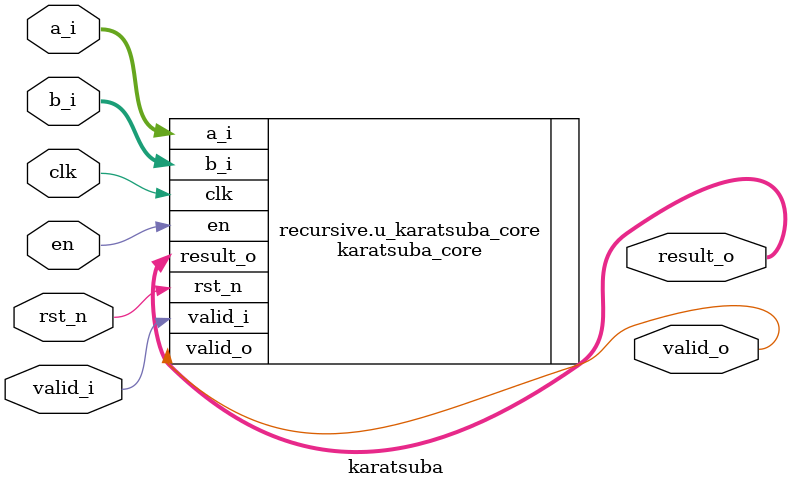
<source format=sv>
/*
 * karatsuba.sv
 * ------------
 * Description : Karatsuba Multiplier Top Module
 */

module karatsuba #(
    parameter WIDTH = 128,
    parameter BASE_WIDTH = 8
)(
    input  logic               clk,
    input  logic               rst_n,
    input  logic               en,

    input  logic               valid_i,
    input  logic [WIDTH-1:0]   a_i,
    input  logic [WIDTH-1:0]   b_i,

    output logic               valid_o,
    output logic [2*WIDTH-1:0] result_o
);

generate
    if (WIDTH == BASE_WIDTH) begin : base
        gf_mul #(
            .WIDTH(BASE_WIDTH)
        ) u_gf_mul (
            .valid_i  (valid_i),
            .a_i      (a_i),
            .b_i      (b_i),
            .valid_o  (valid_o),
            .result_o (result_o)
        );

    end else begin : recursive
        karatsuba_core #(
            .WIDTH(WIDTH)
        ) u_karatsuba_core (
            .clk,
            .rst_n,
            .en,
            .valid_i,
            .a_i,
            .b_i,
            .valid_o,
            .result_o
        );
    end
endgenerate

endmodule

</source>
